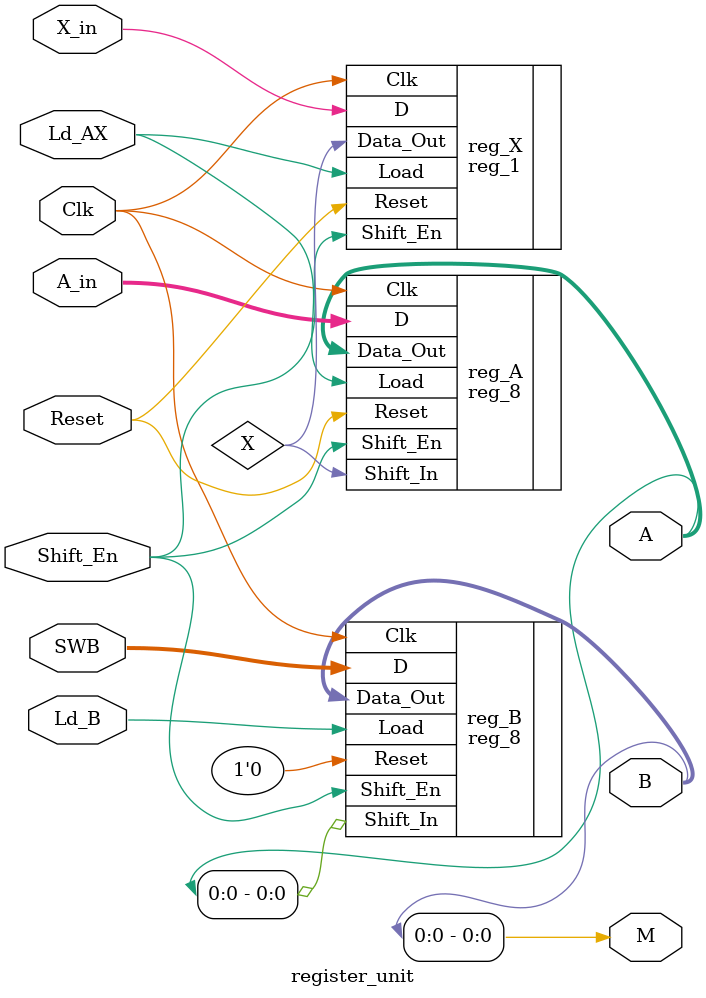
<source format=sv>
module register_unit (input  logic Clk, Reset, X_in, Ld_AX, Ld_B, 
                            Shift_En,
                      input  logic [7:0]  SWB,
							 input  logic [7:0] A_in,
                      output logic M, 
                      output logic [7:0]  A,
                      output logic [7:0]  B);

	 logic X;
	 
	 
	 reg_1  reg_X (.Clk(Clk), .Reset(Reset), .Load(Ld_AX), .Shift_En(Shift_En), .D(X_in),
						 .Data_Out(X));
								
    reg_8  reg_A (.Clk(Clk), .Reset(Reset), .Shift_In(X), .Load(Ld_AX), .Shift_En(Shift_En), .D(A_in),
	                .Data_Out(A));
						
    reg_8  reg_B (.Clk(Clk), .Reset(1'b0), .Shift_In(A[0]), .Load(Ld_B), .Shift_En(Shift_En), .D(SWB),
	                .Data_Out(B));
						 
	 assign M = B[0];
	 

endmodule

</source>
